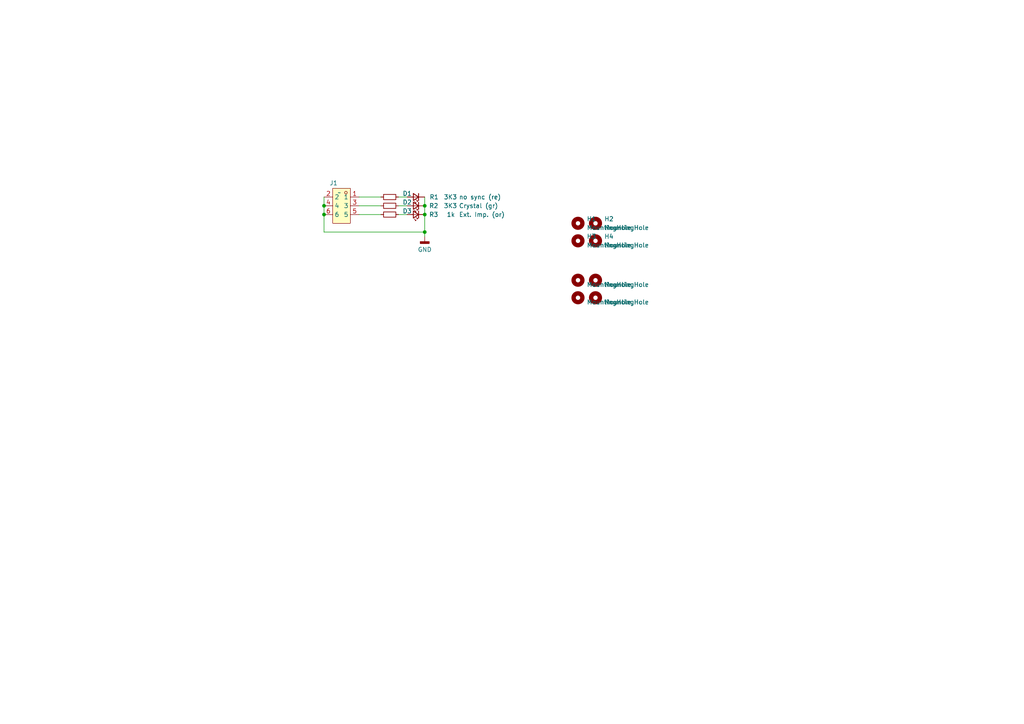
<source format=kicad_sch>
(kicad_sch (version 20231120) (generator "eeschema") (generator_version "8.0")
  (paper "A4")
  (lib_symbols
    (symbol "Device:LED_Small" (pin_numbers hide) (pin_names (offset 0.254) hide)
      (property "Reference" "D" (at -1.27 3.175 0))
      (property "Value" "LED_Small" (at -4.445 -2.54 0))
      (symbol "LED_Small_0_1"
        (polyline (pts (xy -0.762 -1.016) (xy -0.762 1.016)) (stroke (width 0.254)))
        (polyline (pts (xy 1.016 0) (xy -0.762 0)))
        (polyline (pts (xy 0.762 -1.016) (xy -0.762 0) (xy 0.762 1.016) (xy 0.762 -1.016)) (stroke (width 0.254)))
        (polyline (pts (xy 0 0.762) (xy -0.508 1.27) (xy -0.254 1.27) (xy -0.508 1.27) (xy -0.508 1.016)))
        (polyline (pts (xy 0.508 1.27) (xy 0 1.778) (xy 0.254 1.778) (xy 0 1.778) (xy 0 1.524)))
      )
      (symbol "LED_Small_1_1"
        (pin passive line (at -2.54 0 0) (length 1.778) (name "K") (number "1"))
        (pin passive line (at 2.54 0 180) (length 1.778) (name "A") (number "2"))
      )
    )
    (symbol "Device:R_Small" (pin_numbers hide) (pin_names (offset 0.254) hide)
      (property "Reference" "R" (at 0.762 0.508 0))
      (property "Value" "R_Small" (at 0.762 -1.016 0))
      (symbol "R_Small_0_1"
        (rectangle (start -0.762 1.778) (end 0.762 -1.778) (stroke (width 0.2032)))
      )
      (symbol "R_Small_1_1"
        (pin passive line (at 0 2.54 270) (length 0.762) (name "~") (number "1"))
        (pin passive line (at 0 -2.54 90) (length 0.762) (name "~") (number "2"))
      )
    )
    (symbol "Mechanical:MountingHole" (pin_names (offset 1.016)) (exclude_from_sim yes) (in_bom no)
      (property "Reference" "H" (at 0 5.08 0))
      (property "Value" "MountingHole" (at 0 3.175 0))
      (symbol "MountingHole_0_1"
        (circle (center 0 0) (radius 1.27) (stroke (width 1.27)))
      )
    )
    (symbol "easyEDA:PZ200-2-03-S"
      (property "Reference" "U" (at 0 7.62 0))
      (property "Value" "PZ200-2-03-S" (at 0 -7.62 0))
      (symbol "PZ200-2-03-S_0_1"
        (rectangle (start -2.54 5.08) (end 2.54 -5.08) (fill (type background)))
        (circle (center -1.27 3.81) (radius 0.38))
        (pin unspecified line (at -5.08 2.54 0) (length 2.54) (name "1") (number "1"))
        (pin unspecified line (at 5.08 2.54 180) (length 2.54) (name "2") (number "2"))
        (pin unspecified line (at -5.08 0 0) (length 2.54) (name "3") (number "3"))
        (pin unspecified line (at 5.08 0 180) (length 2.54) (name "4") (number "4"))
        (pin unspecified line (at -5.08 -2.54 0) (length 2.54) (name "5") (number "5"))
        (pin unspecified line (at 5.08 -2.54 180) (length 2.54) (name "6") (number "6"))
      )
    )
    (symbol "power:GNDD" (power) (pin_numbers hide) (pin_names (offset 0) hide)
      (property "Value" "GNDD" (at 0 -3.175 0))
      (symbol "GNDD_0_1"
        (rectangle (start -1.27 -1.524) (end 1.27 -2.032) (stroke (width 0.254)) (fill (type outline)))
        (polyline (pts (xy 0 0) (xy 0 -1.524)))
      )
      (symbol "GNDD_1_1"
        (pin power_in line (at 0 0 270) (length 0) (name "~") (number "1"))
      )
    )
  )
  (junction (at 123.19 62.23))
  (junction (at 93.98 62.23))
  (junction (at 123.19 59.69))
  (junction (at 123.19 67.31))
  (junction (at 93.98 59.69))
  (wire (pts (xy 104.14 57.15) (xy 110.49 57.15)))
  (wire (pts (xy 93.98 59.69) (xy 93.98 57.15)))
  (wire (pts (xy 123.19 62.23) (xy 123.19 67.31)))
  (wire (pts (xy 93.98 67.31) (xy 123.19 67.31)))
  (wire (pts (xy 118.11 57.15) (xy 115.57 57.15)))
  (wire (pts (xy 93.98 62.23) (xy 93.98 59.69)))
  (wire (pts (xy 123.19 57.15) (xy 123.19 59.69)))
  (wire (pts (xy 123.19 59.69) (xy 123.19 62.23)))
  (wire (pts (xy 115.57 59.69) (xy 118.11 59.69)))
  (wire (pts (xy 93.98 67.31) (xy 93.98 62.23)))
  (wire (pts (xy 104.14 62.23) (xy 110.49 62.23)))
  (wire (pts (xy 118.11 62.23) (xy 115.57 62.23)))
  (wire (pts (xy 123.19 68.58) (xy 123.19 67.31)))
  (wire (pts (xy 104.14 59.69) (xy 110.49 59.69)))
  (symbol (lib_id "power:GNDD") (at 123.19 68.58 0) (unit 1)
    (property "Reference" "#PWR01" (effects (hide yes)))
    (property "Value" "GND" (at 123.19 72.39 0))
    (property "Description" "Power symbol creates a global label with name \"GNDD\" , digital ground" (effects (hide yes)))
  )
  (symbol (lib_id "easyEDA:PZ200-2-03-S") (at 99.06 59.69 0) (mirror y) (unit 1)
    (property "Reference" "J1" (at 96.774 53.086 0))
    (property "Value" "~" (at 98.425 55.88 0))
    (property "Footprint" "easyEDA:HDR-SMD_6P-P2.00-V-M-R2-C3-LS6.5" (effects (hide yes)))
    (property "Datasheet" "https://www.lcsc.com/datasheet/lcsc_datasheet_2306091018_HCTL-PZ200-2-03-S_C3294482.pdf" (effects (hide yes)))
    (property "Description" "Generic connector, single row, 01x04, script generated" (effects (hide yes)))
    (property "LCSC Part" "C3294482" (effects (hide yes)))
    (property "LCSC" "C3294482" (effects (hide yes)))
  )
  (symbol (lib_id "Mechanical:MountingHole") (at 167.64 69.85 0) (unit 1) (exclude_from_sim yes) (in_bom no)
    (property "Reference" "H3" (at 170.18 68.5799 0) (effects (justify left)))
    (property "Value" "MountingHole" (at 170.18 71.1199 0) (effects (justify left)))
    (property "Footprint" "MountingHole:MountingHole_3.2mm_M3_DIN965" (effects (hide yes)))
    (property "Description" "Mounting Hole without connection" (effects (hide yes)))
  )
  (symbol (lib_id "Device:LED_Small") (at 120.65 59.69 180) (unit 1)
    (property "Reference" "D2" (at 118.11 58.674 0))
    (property "Value" "Crystal (gr)" (at 133.096 59.69 0) (effects (justify right)))
    (property "Footprint" "easyEDA:LED-SMD_L3.2-W1.6-FD_EH-GREEN-1" (effects (hide yes)))
    (property "LCSC" "C2980185" (effects (hide yes)))
    (property "Inventory" "B" (effects (hide yes)))
  )
  (symbol (lib_id "Mechanical:MountingHole") (at 172.72 64.77 0) (unit 1) (exclude_from_sim yes) (in_bom no)
    (property "Reference" "H2" (at 175.26 63.4999 0) (effects (justify left)))
    (property "Value" "MountingHole" (at 175.26 66.0399 0) (effects (justify left)))
    (property "Footprint" "MountingHole:MountingHole_3.2mm_M3_DIN965" (effects (hide yes)))
    (property "Description" "Mounting Hole without connection" (effects (hide yes)))
  )
  (symbol (lib_id "Mechanical:MountingHole") (at 172.72 69.85 0) (unit 1) (exclude_from_sim yes) (in_bom no)
    (property "Reference" "H4" (at 175.26 68.5799 0) (effects (justify left)))
    (property "Value" "MountingHole" (at 175.26 71.1199 0) (effects (justify left)))
    (property "Footprint" "MountingHole:MountingHole_3.2mm_M3_DIN965" (effects (hide yes)))
    (property "Description" "Mounting Hole without connection" (effects (hide yes)))
  )
  (symbol (lib_id "Mechanical:MountingHole") (at 167.64 64.77 0) (unit 1) (exclude_from_sim yes) (in_bom no)
    (property "Reference" "H1" (at 170.18 63.4999 0) (effects (justify left)))
    (property "Value" "MountingHole" (at 170.18 66.0399 0) (effects (justify left)))
    (property "Footprint" "MountingHole:MountingHole_3.2mm_M3_DIN965" (effects (hide yes)))
    (property "Description" "Mounting Hole without connection" (effects (hide yes)))
  )
  (symbol (lib_id "Device:R_Small") (at 113.03 57.15 90) (unit 1)
    (property "Reference" "R1" (at 127.254 57.15 90) (effects (justify left)))
    (property "Value" "3K3" (at 132.588 57.15 90) (effects (justify left)))
    (property "Footprint" "Resistor_SMD:R_0603_1608Metric" (effects (hide yes)))
    (property "LCSC" "C22978" (effects (hide yes)))
    (property "Inventory" "B" (effects (hide yes)))
  )
  (symbol (lib_id "Mechanical:MountingHole") (at 167.64 81.28 0) (unit 1) (exclude_from_sim yes) (in_bom no)
    (property "Reference" "H5" (effects (hide yes)))
    (property "Value" "MountingHole" (at 170.18 82.5499 0) (effects (justify left)))
    (property "Footprint" "MountingHole:MountingHole_3.2mm_M3_DIN965" (effects (hide yes)))
    (property "Description" "Mounting Hole without connection" (effects (hide yes)))
  )
  (symbol (lib_id "Device:LED_Small") (at 120.65 62.23 180) (unit 1)
    (property "Reference" "D3" (at 118.11 61.214 0))
    (property "Value" "Ext. Imp. (or)" (at 133.096 62.23 0) (effects (justify right)))
    (property "Datasheet" "https://www.mouser.de/datasheet/2/143/evers03120_1-2266815.pdf" (effects (hide yes)))
    (property "LCSC" "C424133" (effects (hide yes)))
    (property "Inventory" "B" (effects (hide yes)))
  )
  (symbol (lib_id "Device:R_Small") (at 113.03 62.23 270) (unit 1)
    (property "Reference" "R3" (at 124.46 62.23 90) (effects (justify left)))
    (property "Value" "1k" (at 129.54 62.23 90) (effects (justify left)))
    (property "Footprint" "Resistor_SMD:R_0603_1608Metric" (effects (hide yes)))
    (property "Datasheet" "C21190" (effects (hide yes)))
    (property "LCSC" "C21190" (effects (hide yes)))
    (property "Inventory" "B" (effects (hide yes)))
  )
  (symbol (lib_id "Mechanical:MountingHole") (at 172.72 81.28 0) (unit 1) (exclude_from_sim yes) (in_bom no)
    (property "Reference" "H6" (effects (hide yes)))
    (property "Value" "MountingHole" (at 175.26 82.5499 0) (effects (justify left)))
    (property "Footprint" "MountingHole:MountingHole_3.2mm_M3_DIN965" (effects (hide yes)))
    (property "Description" "Mounting Hole without connection" (effects (hide yes)))
  )
  (symbol (lib_id "Mechanical:MountingHole") (at 172.72 86.36 0) (unit 1) (exclude_from_sim yes) (in_bom no)
    (property "Reference" "H8" (effects (hide yes)))
    (property "Value" "MountingHole" (at 175.26 87.6299 0) (effects (justify left)))
    (property "Footprint" "MountingHole:MountingHole_3.2mm_M3_DIN965" (effects (hide yes)))
    (property "Description" "Mounting Hole without connection" (effects (hide yes)))
  )
  (symbol (lib_id "Mechanical:MountingHole") (at 167.64 86.36 0) (unit 1) (exclude_from_sim yes) (in_bom no)
    (property "Reference" "H7" (effects (hide yes)))
    (property "Value" "MountingHole" (at 170.18 87.6299 0) (effects (justify left)))
    (property "Footprint" "MountingHole:MountingHole_3.2mm_M3_DIN965" (effects (hide yes)))
    (property "Description" "Mounting Hole without connection" (effects (hide yes)))
  )
  (symbol (lib_id "Device:LED_Small") (at 120.65 57.15 180) (unit 1)
    (property "Reference" "D1" (at 118.11 56.134 0))
    (property "Value" "no sync (re)" (at 133.096 57.15 0) (effects (justify right)))
    (property "Footprint" "easyEDA:LED-SMD_L3.2-W1.6-FD_EH-GREEN-1" (effects (hide yes)))
    (property "LCSC" "C2892757" (effects (hide yes)))
    (property "Inventory" "B" (effects (hide yes)))
  )
  (symbol (lib_id "Device:R_Small") (at 113.03 59.69 90) (unit 1)
    (property "Reference" "R2" (at 124.46 59.69 90) (effects (justify right)))
    (property "Value" "3K3" (at 132.588 59.69 90) (effects (justify left)))
    (property "Footprint" "Resistor_SMD:R_0603_1608Metric" (effects (hide yes)))
    (property "LCSC" "C22978" (effects (hide yes)))
    (property "Inventory" "B" (effects (hide yes)))
  )
)
</source>
